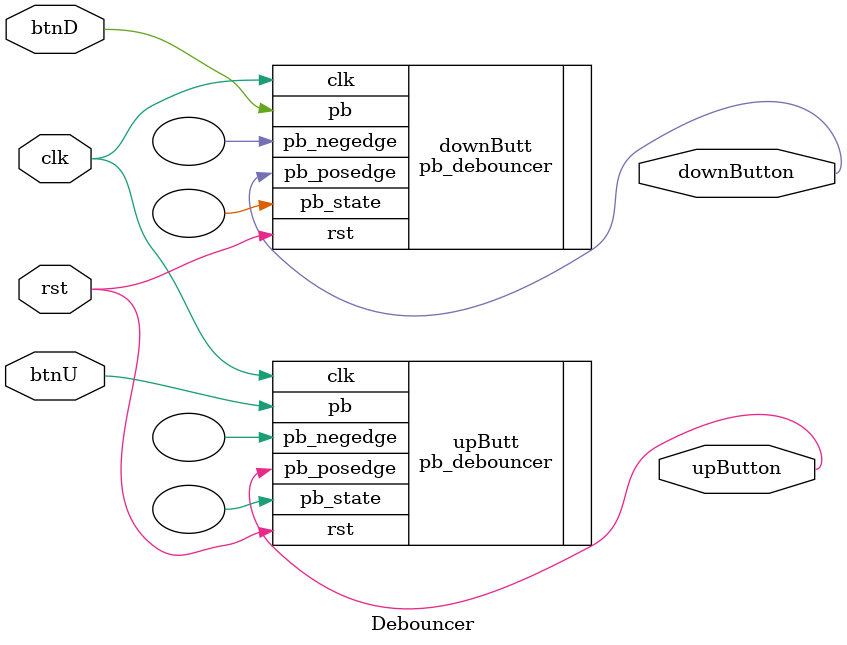
<source format=sv>
`timescale 1ns / 1ps


module Debouncer(
	input clk,
	input rst,
	input btnU,
	input btnD,
	output upButton,
	output downButton

    );
	
	 pb_debouncer upButt (
      .clk(clk),
      .rst(rst),
      .pb(btnU),
      .pb_state(),
      .pb_negedge(),
      .pb_posedge(upButton)
      );
    pb_debouncer downButt (
      .clk(clk),
      .rst(rst),
      .pb(btnD),
      .pb_state(),
      .pb_negedge(),
      .pb_posedge(downButton)
      );

endmodule

</source>
